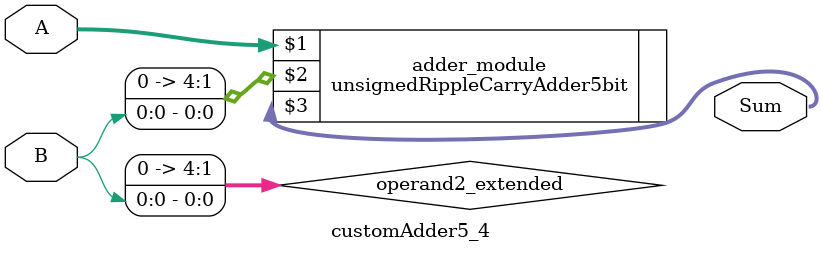
<source format=v>

module customAdder5_4(
                    input [4 : 0] A,
                    input [0 : 0] B,
                    
                    output [5 : 0] Sum
            );

    wire [4 : 0] operand2_extended;
    
    assign operand2_extended =  {4'b0, B};
    
    unsignedRippleCarryAdder5bit adder_module(
        A,
        operand2_extended,
        Sum
    );
    
endmodule
        
</source>
